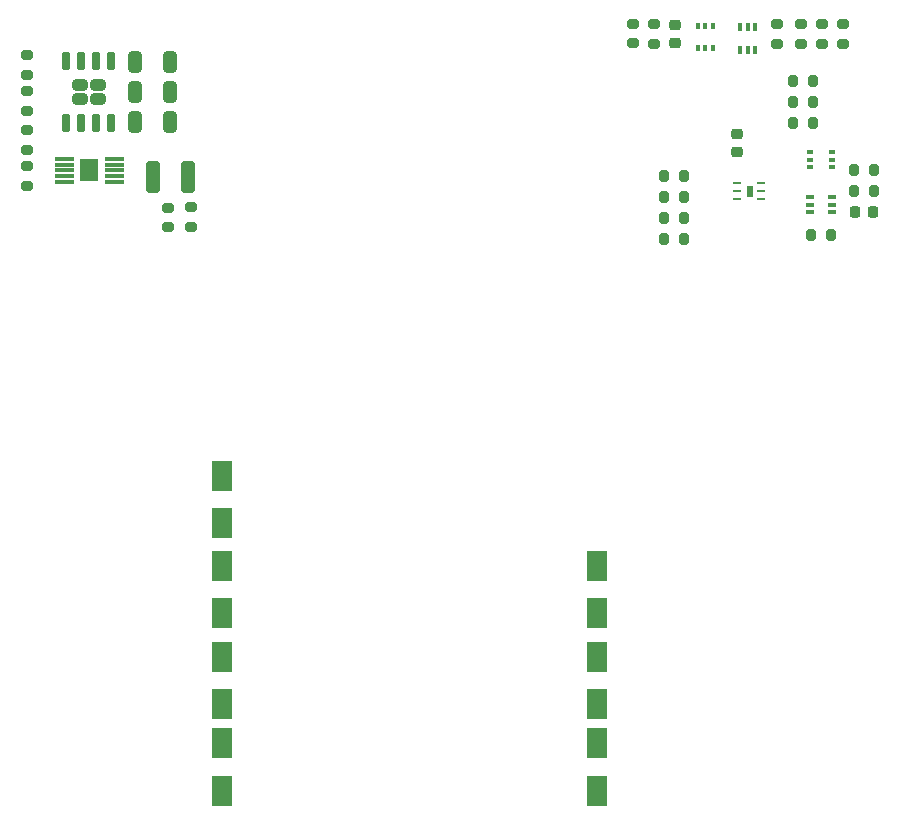
<source format=gtp>
G04 #@! TF.GenerationSoftware,KiCad,Pcbnew,(6.0.5)*
G04 #@! TF.CreationDate,2023-05-08T02:17:39-07:00*
G04 #@! TF.ProjectId,X_Y_Panels,585f595f-5061-46e6-956c-732e6b696361,rev?*
G04 #@! TF.SameCoordinates,Original*
G04 #@! TF.FileFunction,Paste,Top*
G04 #@! TF.FilePolarity,Positive*
%FSLAX46Y46*%
G04 Gerber Fmt 4.6, Leading zero omitted, Abs format (unit mm)*
G04 Created by KiCad (PCBNEW (6.0.5)) date 2023-05-08 02:17:39*
%MOMM*%
%LPD*%
G01*
G04 APERTURE LIST*
G04 Aperture macros list*
%AMRoundRect*
0 Rectangle with rounded corners*
0 $1 Rounding radius*
0 $2 $3 $4 $5 $6 $7 $8 $9 X,Y pos of 4 corners*
0 Add a 4 corners polygon primitive as box body*
4,1,4,$2,$3,$4,$5,$6,$7,$8,$9,$2,$3,0*
0 Add four circle primitives for the rounded corners*
1,1,$1+$1,$2,$3*
1,1,$1+$1,$4,$5*
1,1,$1+$1,$6,$7*
1,1,$1+$1,$8,$9*
0 Add four rect primitives between the rounded corners*
20,1,$1+$1,$2,$3,$4,$5,0*
20,1,$1+$1,$4,$5,$6,$7,0*
20,1,$1+$1,$6,$7,$8,$9,0*
20,1,$1+$1,$8,$9,$2,$3,0*%
G04 Aperture macros list end*
%ADD10C,0.010000*%
%ADD11RoundRect,0.200000X-0.200000X-0.275000X0.200000X-0.275000X0.200000X0.275000X-0.200000X0.275000X0*%
%ADD12RoundRect,0.200000X0.200000X0.275000X-0.200000X0.275000X-0.200000X-0.275000X0.200000X-0.275000X0*%
%ADD13RoundRect,0.200000X0.275000X-0.200000X0.275000X0.200000X-0.275000X0.200000X-0.275000X-0.200000X0*%
%ADD14RoundRect,0.225000X0.250000X-0.225000X0.250000X0.225000X-0.250000X0.225000X-0.250000X-0.225000X0*%
%ADD15RoundRect,0.250000X-0.325000X-1.100000X0.325000X-1.100000X0.325000X1.100000X-0.325000X1.100000X0*%
%ADD16R,0.740000X0.270000*%
%ADD17RoundRect,0.200000X-0.275000X0.200000X-0.275000X-0.200000X0.275000X-0.200000X0.275000X0.200000X0*%
%ADD18RoundRect,0.250000X0.325000X0.650000X-0.325000X0.650000X-0.325000X-0.650000X0.325000X-0.650000X0*%
%ADD19RoundRect,0.250000X-0.325000X-0.650000X0.325000X-0.650000X0.325000X0.650000X-0.325000X0.650000X0*%
%ADD20R,0.600000X0.400000*%
%ADD21RoundRect,0.242500X0.402500X-0.242500X0.402500X0.242500X-0.402500X0.242500X-0.402500X-0.242500X0*%
%ADD22RoundRect,0.150000X0.150000X-0.650000X0.150000X0.650000X-0.150000X0.650000X-0.150000X-0.650000X0*%
%ADD23R,1.700000X2.500000*%
%ADD24RoundRect,0.225000X-0.225000X-0.250000X0.225000X-0.250000X0.225000X0.250000X-0.225000X0.250000X0*%
%ADD25R,1.570000X1.880000*%
%ADD26R,0.650000X0.400000*%
%ADD27R,0.400000X0.650000*%
%ADD28R,0.400000X0.600000*%
G04 APERTURE END LIST*
G36*
X171074000Y-54794000D02*
G01*
X170654000Y-54794000D01*
X170654000Y-53934000D01*
X171074000Y-53934000D01*
X171074000Y-54794000D01*
G37*
D10*
X171074000Y-54794000D02*
X170654000Y-54794000D01*
X170654000Y-53934000D01*
X171074000Y-53934000D01*
X171074000Y-54794000D01*
G36*
X113648000Y-52720000D02*
G01*
X112098000Y-52720000D01*
X112098000Y-52470000D01*
X113648000Y-52470000D01*
X113648000Y-52720000D01*
G37*
X113648000Y-52720000D02*
X112098000Y-52720000D01*
X112098000Y-52470000D01*
X113648000Y-52470000D01*
X113648000Y-52720000D01*
G36*
X117848000Y-52220000D02*
G01*
X116298000Y-52220000D01*
X116298000Y-51970000D01*
X117848000Y-51970000D01*
X117848000Y-52220000D01*
G37*
X117848000Y-52220000D02*
X116298000Y-52220000D01*
X116298000Y-51970000D01*
X117848000Y-51970000D01*
X117848000Y-52220000D01*
G36*
X117848000Y-51720000D02*
G01*
X116298000Y-51720000D01*
X116298000Y-51470000D01*
X117848000Y-51470000D01*
X117848000Y-51720000D01*
G37*
X117848000Y-51720000D02*
X116298000Y-51720000D01*
X116298000Y-51470000D01*
X117848000Y-51470000D01*
X117848000Y-51720000D01*
G36*
X113648000Y-53220000D02*
G01*
X112098000Y-53220000D01*
X112098000Y-52970000D01*
X113648000Y-52970000D01*
X113648000Y-53220000D01*
G37*
X113648000Y-53220000D02*
X112098000Y-53220000D01*
X112098000Y-52970000D01*
X113648000Y-52970000D01*
X113648000Y-53220000D01*
G36*
X117848000Y-53720000D02*
G01*
X116298000Y-53720000D01*
X116298000Y-53470000D01*
X117848000Y-53470000D01*
X117848000Y-53720000D01*
G37*
X117848000Y-53720000D02*
X116298000Y-53720000D01*
X116298000Y-53470000D01*
X117848000Y-53470000D01*
X117848000Y-53720000D01*
G36*
X117848000Y-53220000D02*
G01*
X116298000Y-53220000D01*
X116298000Y-52970000D01*
X117848000Y-52970000D01*
X117848000Y-53220000D01*
G37*
X117848000Y-53220000D02*
X116298000Y-53220000D01*
X116298000Y-52970000D01*
X117848000Y-52970000D01*
X117848000Y-53220000D01*
G36*
X117848000Y-52720000D02*
G01*
X116298000Y-52720000D01*
X116298000Y-52470000D01*
X117848000Y-52470000D01*
X117848000Y-52720000D01*
G37*
X117848000Y-52720000D02*
X116298000Y-52720000D01*
X116298000Y-52470000D01*
X117848000Y-52470000D01*
X117848000Y-52720000D01*
G36*
X113648000Y-51720000D02*
G01*
X112098000Y-51720000D01*
X112098000Y-51470000D01*
X113648000Y-51470000D01*
X113648000Y-51720000D01*
G37*
X113648000Y-51720000D02*
X112098000Y-51720000D01*
X112098000Y-51470000D01*
X113648000Y-51470000D01*
X113648000Y-51720000D01*
G36*
X113648000Y-52220000D02*
G01*
X112098000Y-52220000D01*
X112098000Y-51970000D01*
X113648000Y-51970000D01*
X113648000Y-52220000D01*
G37*
X113648000Y-52220000D02*
X112098000Y-52220000D01*
X112098000Y-51970000D01*
X113648000Y-51970000D01*
X113648000Y-52220000D01*
G36*
X113648000Y-53720000D02*
G01*
X112098000Y-53720000D01*
X112098000Y-53470000D01*
X113648000Y-53470000D01*
X113648000Y-53720000D01*
G37*
X113648000Y-53720000D02*
X112098000Y-53720000D01*
X112098000Y-53470000D01*
X113648000Y-53470000D01*
X113648000Y-53720000D01*
D11*
X174581000Y-46876000D03*
X176231000Y-46876000D03*
D12*
X165339000Y-56650000D03*
X163689000Y-56650000D03*
D13*
X109728000Y-44513000D03*
X109728000Y-42863000D03*
D14*
X169848000Y-51075000D03*
X169848000Y-49525000D03*
D15*
X120380000Y-53200000D03*
X123330000Y-53200000D03*
D16*
X169869000Y-53714000D03*
X169869000Y-54364000D03*
X169869000Y-55014000D03*
X171859000Y-55014000D03*
X171859000Y-54364000D03*
X171859000Y-53714000D03*
D17*
X178851000Y-40241000D03*
X178851000Y-41891000D03*
D18*
X121853000Y-43438000D03*
X118903000Y-43438000D03*
D19*
X118903000Y-48513000D03*
X121853000Y-48513000D03*
D20*
X177881000Y-52373000D03*
X177881000Y-51723000D03*
X177881000Y-51073000D03*
X175981000Y-51073000D03*
X175981000Y-51723000D03*
X175981000Y-52373000D03*
D12*
X176231000Y-45098000D03*
X174581000Y-45098000D03*
D13*
X162849000Y-41891000D03*
X162849000Y-40241000D03*
D21*
X115773000Y-45391000D03*
X114173000Y-45391000D03*
X115773000Y-46591000D03*
X114173000Y-46591000D03*
D22*
X113068000Y-48641000D03*
X114338000Y-48641000D03*
X115608000Y-48641000D03*
X116878000Y-48641000D03*
X116878000Y-43341000D03*
X115608000Y-43341000D03*
X114338000Y-43341000D03*
X113068000Y-43341000D03*
D13*
X177073000Y-41891000D03*
X177073000Y-40241000D03*
D23*
X157988000Y-93800000D03*
X157988000Y-97800000D03*
X126238000Y-78518000D03*
X126238000Y-82518000D03*
D13*
X109728000Y-47561000D03*
X109728000Y-45911000D03*
D24*
X179831000Y-56176000D03*
X181381000Y-56176000D03*
D25*
X114973000Y-52595000D03*
D19*
X118903000Y-45973000D03*
X121853000Y-45973000D03*
D23*
X126238000Y-86138000D03*
X126238000Y-90138000D03*
D11*
X163689000Y-53094000D03*
X165339000Y-53094000D03*
X179778000Y-52617000D03*
X181428000Y-52617000D03*
D14*
X164627000Y-41841000D03*
X164627000Y-40291000D03*
D17*
X109728000Y-49213000D03*
X109728000Y-50863000D03*
D23*
X126214000Y-93800000D03*
X126214000Y-97800000D03*
D12*
X177756000Y-58073000D03*
X176106000Y-58073000D03*
D17*
X121690000Y-55785000D03*
X121690000Y-57435000D03*
D26*
X177881000Y-56183000D03*
X177881000Y-55533000D03*
X177881000Y-54883000D03*
X175981000Y-54883000D03*
X175981000Y-55533000D03*
X175981000Y-56183000D03*
D17*
X109728000Y-52261000D03*
X109728000Y-53911000D03*
D11*
X179781000Y-54398000D03*
X181431000Y-54398000D03*
D27*
X171394000Y-40531000D03*
X170744000Y-40531000D03*
X170094000Y-40531000D03*
X170094000Y-42431000D03*
X170744000Y-42431000D03*
X171394000Y-42431000D03*
D28*
X167817000Y-40381000D03*
X167167000Y-40381000D03*
X166517000Y-40381000D03*
X166517000Y-42281000D03*
X167167000Y-42281000D03*
X167817000Y-42281000D03*
D12*
X176231000Y-48654000D03*
X174581000Y-48654000D03*
D13*
X173263000Y-41891000D03*
X173263000Y-40241000D03*
D12*
X165339000Y-58428000D03*
X163689000Y-58428000D03*
D13*
X161069000Y-41881000D03*
X161069000Y-40231000D03*
D23*
X157988000Y-101140000D03*
X157988000Y-105140000D03*
X126194000Y-101140000D03*
X126194000Y-105140000D03*
D11*
X163689000Y-54872000D03*
X165339000Y-54872000D03*
D17*
X175295000Y-40241000D03*
X175295000Y-41891000D03*
X123570000Y-55755000D03*
X123570000Y-57405000D03*
D23*
X157988000Y-86138000D03*
X157988000Y-90138000D03*
M02*

</source>
